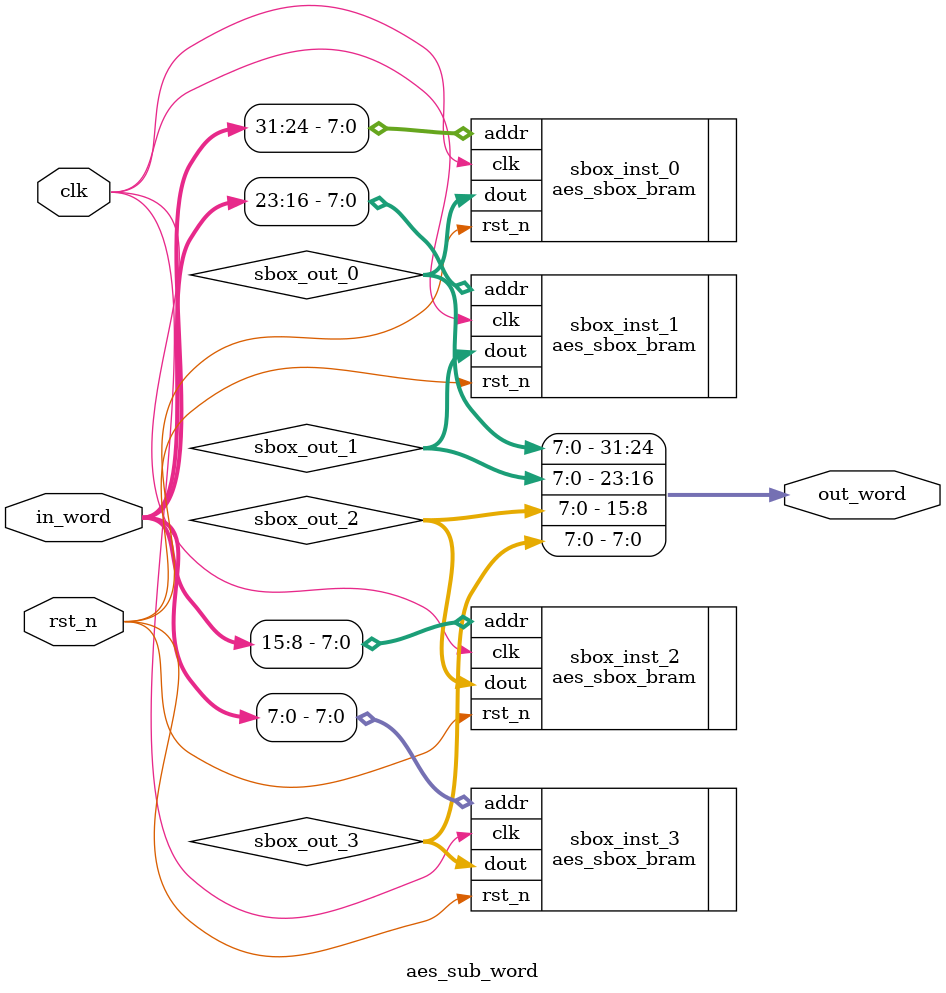
<source format=v>
`timescale 1ns/1ps
module aes_expandedkey (
    input  wire        clk,
    input  wire        rst_n,
    input  wire        start,             // asserted to load new key
    input  wire [127:0] key,
    output wire [1407:0] expandedkey,     // round10..round0
    output reg         done               // pulses high for 1 clk when expansion is complete
);

    // FSM states
    localparam S_IDLE     = 2'b00;
    localparam S_START    = 2'b01;
    localparam S_GENERATE = 2'b10;

    reg [1:0] state, next_state;

    // registers to hold round keys 0..10
    reg [127:0] round_keys_reg [0:10];

    // round counter (0..10)
    reg [3:0] round_cnt;

    // Latency counter (to model 2-cycle expansion per round)
    reg [1:0] latency_cnt;

    // The previous key register to feed aes_key_expansion
    reg [127:0] prev_key_reg;

    // single instance output
    wire [127:0] aes_next_key;

    // output concatenation (round10 .. round0)
    assign expandedkey = { round_keys_reg[10], round_keys_reg[9], round_keys_reg[8],
                           round_keys_reg[7], round_keys_reg[6], round_keys_reg[5],
                           round_keys_reg[4], round_keys_reg[3], round_keys_reg[2],
                           round_keys_reg[1], round_keys_reg[0] };

    // key expansion primitive
    aes_key_expansion aes_inst (
        .clk      (clk),
        .rst_n    (rst_n),
        .prev_key (prev_key_reg),
        .round_idx(round_cnt),
        .next_key (aes_next_key)
    );

    // declare loop variable for init
    integer i;

    // Next-state (combinational)
    always @(*) begin
        next_state = state;
        case (state)
            S_IDLE: begin
                if (start)
                    next_state = S_START;
            end
            S_START: begin
                next_state = S_GENERATE;
            end
            S_GENERATE: begin
                if (latency_cnt == 2'd1 && round_cnt == 4'd10) begin
                    next_state = S_IDLE;
                end
            end
            default: next_state = S_IDLE;
        endcase
    end

    // State register
    always @(posedge clk or negedge rst_n) begin
        if (!rst_n)
            state <= S_IDLE;
        else
            state <= next_state;
    end

    // Controller + datapath
    always @(posedge clk or negedge rst_n) begin
        if (!rst_n) begin
            round_cnt     <= 4'd0;
            prev_key_reg  <= 128'b0;
            done          <= 1'b0;
            latency_cnt   <= 2'd0;
            for (i = 0; i < 11; i = i + 1)
                round_keys_reg[i] <= 128'b0;
        end else begin
            done <= 1'b0; // default

            case (state)
                S_IDLE: begin
                    // do nothing
                end

                S_START: begin
                    // latch round0
                    round_keys_reg[0] <= key;
                    prev_key_reg <= key;
                    round_cnt <= 4'd1;
                    latency_cnt <= 2'd0;
                end

                S_GENERATE: begin
                    latency_cnt <= latency_cnt + 2'd1;
                    if (latency_cnt == 2'd1) begin
                        // store next round key
                        round_keys_reg[round_cnt] <= aes_next_key;
                        prev_key_reg <= aes_next_key;

                        if (round_cnt == 4'd10) begin
                            done <= 1'b1; // expansion finished
                            round_cnt <= 4'd0;
                        end else begin
                            round_cnt <= round_cnt + 4'd1;
                        end
                        latency_cnt <= 2'd0;
                    end
                end

            endcase
        end
    end

endmodule

//
// AES Key Expansion for a 128-bit key
// Generates the next round key from the previous one
//
module aes_key_expansion (
    input wire clk,
    input wire rst_n,
    input wire [127:0] prev_key,
    input wire [3:0] round_idx,
    output wire [127:0] next_key
);

    // Round Constant Table for AES-128
    reg [7:0] rcon [10:1];
    initial begin
        rcon[1] = 8'h01;
        rcon[2] = 8'h02;
        rcon[3] = 8'h04;
        rcon[4] = 8'h08;
        rcon[5] = 8'h10;
        rcon[6] = 8'h20;
        rcon[7] = 8'h40;
        rcon[8] = 8'h80;
        rcon[9] = 8'h1b;
        rcon[10] = 8'h36;
    end

    // Internal variables
    wire [31:0] w0, w1, w2, w3, w4, w5, w6, w7;
    wire [31:0] temp_word;
    wire [31:0] temp_word_rotated;
    wire [31:0] temp_word_subbed;
    // Split the previous key into words
    assign w0 = prev_key[127:96];
    assign w1 = prev_key[95:64];
    assign w2 = prev_key[63:32];
    assign w3 = prev_key[31:0];

    assign temp_word_rotated = {w3[23:0], w3[31:24]};
    // The core of the key expansion function is applied to the last word
    // This is the SubWord, RotWord, and Rcon XOR part
    aes_sub_word sub_word_inst (
        .clk(clk),.in_word(temp_word_rotated), // RotWord
        .out_word(temp_word_subbed),.rst_n(rst_n)
    );

    // Apply the XOR with the round constant
    assign w4 = w0 ^ temp_word_subbed ^ {rcon[round_idx], 24'h0};

    // Subsequent words are a simple XOR
    assign w5 = w4 ^ w1;
    assign w6 = w5 ^ w2;
    assign w7 = w6 ^ w3;

    // Combine the new words to form the next round key
    assign next_key = {w4, w5, w6, w7};

endmodule

`timescale 1ns / 1ps
//////////////////////////////////////////////////////////////////////////////////
// Company: 
// Engineer: 
// 
// Create Date: 27.08.2025 01:29:03
// Design Name: 
// Module Name: aes_sub_box
// Project Name: asdfg
// Target Devices: 
// Tool Versions: 
// Description: 
// 
// Dependencies: 
// 
// Revision:
// Revision 0.01 - File Created
// Additional Comments:
// 
//////////////////////////////////////////////////////////////////////////////////



module aes_sub_word (
    input wire clk,
    input wire rst_n,
    input wire [31:0] in_word,
    output wire [31:0] out_word
);

    // Wires to hold the outputs from the four S-Box instances
    wire [7:0] sbox_out_0, sbox_out_1, sbox_out_2, sbox_out_3;

    // Instantiate four aes_sbox_bram modules
    // Each instance processes one byte of the input word
    aes_sbox_bram sbox_inst_0 (
        .clk(clk),
        .rst_n(rst_n),
        .addr(in_word[31:24]), // Most significant byte
        .dout(sbox_out_0)
    );

    aes_sbox_bram sbox_inst_1 (
        .clk(clk),
        .rst_n(rst_n),
        .addr(in_word[23:16]),
        .dout(sbox_out_1)
    );

    aes_sbox_bram sbox_inst_2 (
        .clk(clk),
        .rst_n(rst_n),
        .addr(in_word[15:8]),
        .dout(sbox_out_2)
    );

    aes_sbox_bram sbox_inst_3 (
        .clk(clk),
        .rst_n(rst_n),
        .addr(in_word[7:0]), // Least significant byte
        .dout(sbox_out_3)
    );

    // Concatenate the outputs to form the 32-bit output word
    assign out_word = {sbox_out_0, sbox_out_1, sbox_out_2, sbox_out_3};

endmodule
</source>
